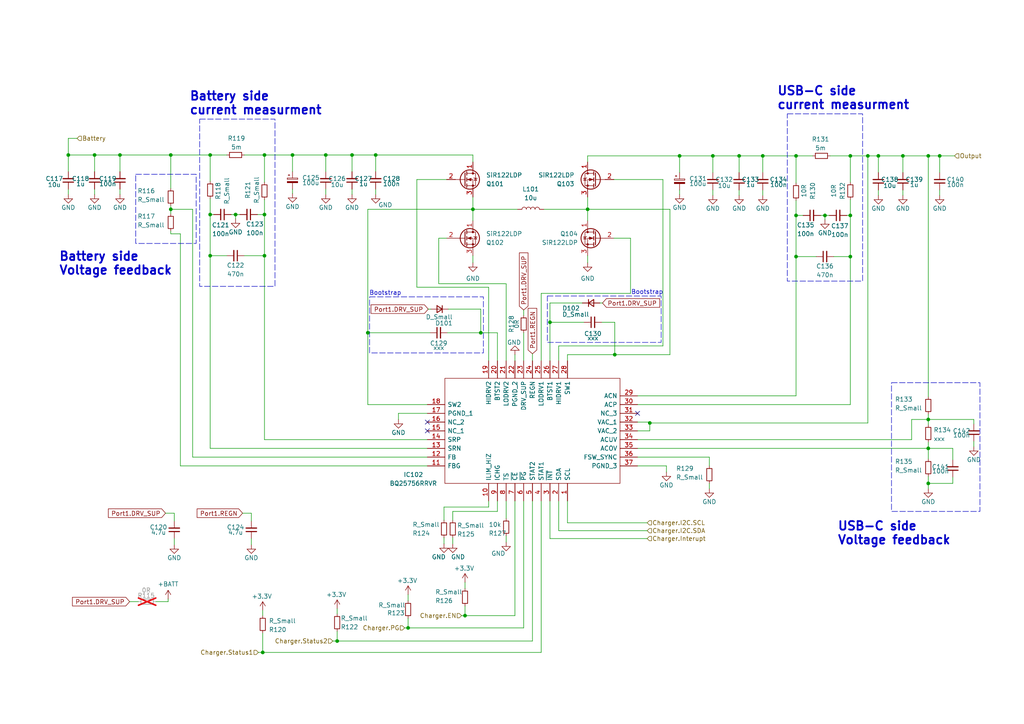
<source format=kicad_sch>
(kicad_sch (version 20231120) (generator "eeschema") (generator_version "8.0")
  (paper "A4")
  (lib_symbols
    (symbol "Device:C_Polarized_Small" (pin_numbers hide) (pin_names (offset 0.254) hide)
      (property "Reference" "C" (at 0.254 1.778 0))
      (property "Value" "C_Polarized_Small" (at 0.254 -2.032 0))
      (symbol "C_Polarized_Small_0_1"
        (rectangle (start -1.524 -0.3048) (end 1.524 -0.6858) (fill (type outline)))
        (rectangle (start -1.524 0.6858) (end 1.524 0.3048))
        (polyline (pts (xy -1.27 1.524) (xy -0.762 1.524)))
        (polyline (pts (xy -1.016 1.27) (xy -1.016 1.778)))
      )
      (symbol "C_Polarized_Small_1_1"
        (pin passive line (at 0 2.54 270) (length 1.8542) (name "~") (number "1"))
        (pin passive line (at 0 -2.54 90) (length 1.8542) (name "~") (number "2"))
      )
    )
    (symbol "Device:C_Small" (pin_numbers hide) (pin_names (offset 0.254) hide)
      (property "Reference" "C" (at 0.254 1.778 0))
      (property "Value" "C_Small" (at 0.254 -2.032 0))
      (symbol "C_Small_0_1"
        (polyline (pts (xy -1.524 -0.508) (xy 1.524 -0.508)) (stroke (width 0.3302)))
        (polyline (pts (xy -1.524 0.508) (xy 1.524 0.508)) (stroke (width 0.3048)))
      )
      (symbol "C_Small_1_1"
        (pin passive line (at 0 2.54 270) (length 2.032) (name "~") (number "1"))
        (pin passive line (at 0 -2.54 90) (length 2.032) (name "~") (number "2"))
      )
    )
    (symbol "Device:D_Small" (pin_numbers hide) (pin_names (offset 0.254) hide)
      (property "Reference" "D" (at -1.27 2.032 0))
      (property "Value" "D_Small" (at -3.81 -2.032 0))
      (symbol "D_Small_0_1"
        (polyline (pts (xy -0.762 -1.016) (xy -0.762 1.016)) (stroke (width 0.254)))
        (polyline (pts (xy -0.762 0) (xy 0.762 0)))
        (polyline (pts (xy 0.762 -1.016) (xy -0.762 0) (xy 0.762 1.016) (xy 0.762 -1.016)) (stroke (width 0.254)))
      )
      (symbol "D_Small_1_1"
        (pin passive line (at -2.54 0 0) (length 1.778) (name "K") (number "1"))
        (pin passive line (at 2.54 0 180) (length 1.778) (name "A") (number "2"))
      )
    )
    (symbol "Device:L" (pin_numbers hide) (pin_names (offset 1.016) hide)
      (property "Reference" "L" (at -1.27 0 90))
      (property "Value" "L" (at 1.905 0 90))
      (symbol "L_0_1"
        (arc (start 0 -2.54) (mid 0.6323 -1.905) (end 0 -1.27))
        (arc (start 0 -1.27) (mid 0.6323 -0.635) (end 0 0))
        (arc (start 0 0) (mid 0.6323 0.635) (end 0 1.27))
        (arc (start 0 1.27) (mid 0.6323 1.905) (end 0 2.54))
      )
      (symbol "L_1_1"
        (pin passive line (at 0 3.81 270) (length 1.27) (name "1") (number "1"))
        (pin passive line (at 0 -3.81 90) (length 1.27) (name "2") (number "2"))
      )
    )
    (symbol "Device:Q_NMOS_DGS" (pin_names (offset 0) hide)
      (property "Reference" "Q" (at 5.08 1.27 0))
      (property "Value" "Q_NMOS_DGS" (at 5.08 -1.27 0))
      (symbol "Q_NMOS_DGS_0_1"
        (polyline (pts (xy 0.254 0) (xy -2.54 0)))
        (polyline (pts (xy 0.254 1.905) (xy 0.254 -1.905)) (stroke (width 0.254)))
        (polyline (pts (xy 0.762 -1.27) (xy 0.762 -2.286)) (stroke (width 0.254)))
        (polyline (pts (xy 0.762 0.508) (xy 0.762 -0.508)) (stroke (width 0.254)))
        (polyline (pts (xy 0.762 2.286) (xy 0.762 1.27)) (stroke (width 0.254)))
        (polyline (pts (xy 2.54 2.54) (xy 2.54 1.778)))
        (polyline (pts (xy 2.54 -2.54) (xy 2.54 0) (xy 0.762 0)))
        (polyline (pts (xy 0.762 -1.778) (xy 3.302 -1.778) (xy 3.302 1.778) (xy 0.762 1.778)))
        (polyline (pts (xy 1.016 0) (xy 2.032 0.381) (xy 2.032 -0.381) (xy 1.016 0)) (fill (type outline)))
        (polyline (pts (xy 2.794 0.508) (xy 2.921 0.381) (xy 3.683 0.381) (xy 3.81 0.254)))
        (polyline (pts (xy 3.302 0.381) (xy 2.921 -0.254) (xy 3.683 -0.254) (xy 3.302 0.381)))
        (circle (center 1.651 0) (radius 2.794) (stroke (width 0.254)))
        (circle (center 2.54 -1.778) (radius 0.254) (fill (type outline)))
        (circle (center 2.54 1.778) (radius 0.254) (fill (type outline)))
      )
      (symbol "Q_NMOS_DGS_1_1"
        (pin passive line (at 2.54 5.08 270) (length 2.54) (name "D") (number "1"))
        (pin input line (at -5.08 0 0) (length 2.54) (name "G") (number "2"))
        (pin passive line (at 2.54 -5.08 90) (length 2.54) (name "S") (number "3"))
      )
    )
    (symbol "Device:R_Small" (pin_numbers hide) (pin_names (offset 0.254) hide)
      (property "Reference" "R" (at 0.762 0.508 0))
      (property "Value" "R_Small" (at 0.762 -1.016 0))
      (symbol "R_Small_0_1"
        (rectangle (start -0.762 1.778) (end 0.762 -1.778) (stroke (width 0.2032)))
      )
      (symbol "R_Small_1_1"
        (pin passive line (at 0 2.54 270) (length 0.762) (name "~") (number "1"))
        (pin passive line (at 0 -2.54 90) (length 0.762) (name "~") (number "2"))
      )
    )
    (symbol "SamacSys_Parts:BQ25756RRVR" (pin_names (offset 0.762))
      (property "Reference" "IC" (at 36.83 20.32 0))
      (property "Value" "BQ25756RRVR" (at 36.83 17.78 0))
      (symbol "BQ25756RRVR_0_0"
        (pin passive line (at 0 0 0) (length 5.08) (name "SCL") (number "1"))
        (pin passive line (at 0 -22.86 0) (length 5.08) (name "ILIM_HIZ") (number "10"))
        (pin passive line (at 10.16 -40.64 90) (length 5.08) (name "FBG") (number "11"))
        (pin passive line (at 12.7 -40.64 90) (length 5.08) (name "FB") (number "12"))
        (pin passive line (at 15.24 -40.64 90) (length 5.08) (name "SRN") (number "13"))
        (pin passive line (at 17.78 -40.64 90) (length 5.08) (name "SRP") (number "14"))
        (pin passive line (at 20.32 -40.64 90) (length 5.08) (name "NC_1") (number "15"))
        (pin passive line (at 22.86 -40.64 90) (length 5.08) (name "NC_2") (number "16"))
        (pin passive line (at 25.4 -40.64 90) (length 5.08) (name "PGND_1") (number "17"))
        (pin passive line (at 27.94 -40.64 90) (length 5.08) (name "SW2") (number "18"))
        (pin passive line (at 40.64 -22.86 180) (length 5.08) (name "HIDRV2") (number "19"))
        (pin passive line (at 0 -2.54 0) (length 5.08) (name "SDA") (number "2"))
        (pin passive line (at 40.64 -20.32 180) (length 5.08) (name "BTST2") (number "20"))
        (pin passive line (at 40.64 -17.78 180) (length 5.08) (name "LODRV2") (number "21"))
        (pin passive line (at 40.64 -15.24 180) (length 5.08) (name "PGND_2") (number "22"))
        (pin passive line (at 40.64 -12.7 180) (length 5.08) (name "DRV_SUP") (number "23"))
        (pin passive line (at 40.64 -10.16 180) (length 5.08) (name "REGN") (number "24"))
        (pin passive line (at 40.64 -7.62 180) (length 5.08) (name "LODRV1") (number "25"))
        (pin passive line (at 40.64 -5.08 180) (length 5.08) (name "BTST1") (number "26"))
        (pin passive line (at 40.64 -2.54 180) (length 5.08) (name "HIDRV1") (number "27"))
        (pin passive line (at 40.64 0 180) (length 5.08) (name "SW1") (number "28"))
        (pin passive line (at 30.48 20.32 270) (length 5.08) (name "ACN") (number "29"))
        (pin passive line (at 0 -5.08 0) (length 5.08) (name "~{INT}") (number "3"))
        (pin passive line (at 27.94 20.32 270) (length 5.08) (name "ACP") (number "30"))
        (pin passive line (at 25.4 20.32 270) (length 5.08) (name "NC_3") (number "31"))
        (pin passive line (at 22.86 20.32 270) (length 5.08) (name "VAC_1") (number "32"))
        (pin passive line (at 20.32 20.32 270) (length 5.08) (name "VAC_2") (number "33"))
        (pin passive line (at 17.78 20.32 270) (length 5.08) (name "ACUV") (number "34"))
        (pin passive line (at 15.24 20.32 270) (length 5.08) (name "ACOV") (number "35"))
        (pin passive line (at 12.7 20.32 270) (length 5.08) (name "FSW_SYNC") (number "36"))
        (pin passive line (at 10.16 20.32 270) (length 5.08) (name "PGND_3") (number "37"))
        (pin passive line (at 0 -7.62 0) (length 5.08) (name "STAT1") (number "4"))
        (pin passive line (at 0 -10.16 0) (length 5.08) (name "STAT2") (number "5"))
        (pin passive line (at 0 -12.7 0) (length 5.08) (name "~{PG}") (number "6"))
        (pin passive line (at 0 -15.24 0) (length 5.08) (name "~{CE}") (number "7"))
        (pin passive line (at 0 -17.78 0) (length 5.08) (name "TS") (number "8"))
        (pin passive line (at 0 -20.32 0) (length 5.08) (name "ICHG") (number "9"))
      )
      (symbol "BQ25756RRVR_0_1"
        (polyline (pts (xy 5.08 15.24) (xy 35.56 15.24) (xy 35.56 -35.56) (xy 5.08 -35.56) (xy 5.08 15.24)) (stroke (width 0.1524)))
      )
    )
    (symbol "power:+3.3V" (power) (pin_names (offset 0))
      (property "Value" "+3.3V" (at 0 3.556 0))
      (symbol "+3.3V_0_1"
        (polyline (pts (xy -0.762 1.27) (xy 0 2.54)))
        (polyline (pts (xy 0 0) (xy 0 2.54)))
        (polyline (pts (xy 0 2.54) (xy 0.762 1.27)))
      )
      (symbol "+3.3V_1_1"
        (pin power_in line (at 0 0 90) (length 0) hide (name "+3.3V") (number "1"))
      )
    )
    (symbol "power:+BATT" (power) (pin_numbers hide) (pin_names (offset 0) hide)
      (property "Value" "+BATT" (at 0 3.556 0))
      (symbol "+BATT_0_1"
        (polyline (pts (xy -0.762 1.27) (xy 0 2.54)))
        (polyline (pts (xy 0 0) (xy 0 2.54)))
        (polyline (pts (xy 0 2.54) (xy 0.762 1.27)))
      )
      (symbol "+BATT_1_1"
        (pin power_in line (at 0 0 90) (length 0) (name "~") (number "1"))
      )
    )
    (symbol "power:GND" (power) (pin_names (offset 0))
      (property "Value" "GND" (at 0 -3.81 0))
      (symbol "GND_0_1"
        (polyline (pts (xy 0 0) (xy 0 -1.27) (xy 1.27 -1.27) (xy 0 -2.54) (xy -1.27 -1.27) (xy 0 -1.27)))
      )
      (symbol "GND_1_1"
        (pin power_in line (at 0 0 270) (length 0) hide (name "GND") (number "1"))
      )
    )
  )
  (junction (at 230.886 45.212))
  (junction (at 60.96 62.23))
  (junction (at 221.234 45.212))
  (junction (at 97.79 185.928))
  (junction (at 106.68 96.52))
  (junction (at 68.326 62.23))
  (junction (at 76.708 62.23))
  (junction (at 60.96 44.958))
  (junction (at 269.24 130.048))
  (junction (at 178.308 102.87))
  (junction (at 76.2 189.23))
  (junction (at 137.16 60.706))
  (junction (at 269.24 121.666))
  (junction (at 60.96 74.168))
  (junction (at 188.468 122.682))
  (junction (at 76.708 74.168))
  (junction (at 139.446 96.52))
  (junction (at 254.762 45.212))
  (junction (at 19.812 44.958))
  (junction (at 197.104 45.212))
  (junction (at 230.886 62.484))
  (junction (at 49.53 44.958))
  (junction (at 272.542 45.212))
  (junction (at 84.836 44.958))
  (junction (at 246.634 45.212))
  (junction (at 27.432 44.958))
  (junction (at 206.756 45.212))
  (junction (at 159.512 93.472))
  (junction (at 134.874 178.562))
  (junction (at 246.634 74.422))
  (junction (at 108.966 44.958))
  (junction (at 102.108 44.958))
  (junction (at 170.434 60.706))
  (junction (at 118.364 182.118))
  (junction (at 269.24 140.208))
  (junction (at 49.53 60.706))
  (junction (at 94.488 44.958))
  (junction (at 214.376 45.212))
  (junction (at 251.714 45.212))
  (junction (at 269.24 45.212))
  (junction (at 246.634 62.484))
  (junction (at 239.268 62.484))
  (junction (at 230.886 74.422))
  (junction (at 34.798 44.958))
  (junction (at 76.708 44.958))
  (junction (at 261.874 45.212))
  (no_connect (at 123.952 122.428))
  (no_connect (at 184.912 119.888))
  (no_connect (at 123.952 124.968))
  (wire (pts (xy 84.836 49.784) (xy 84.836 44.958)))
  (wire (pts (xy 60.96 44.958) (xy 65.786 44.958)))
  (wire (pts (xy 49.53 44.958) (xy 60.96 44.958)))
  (wire (pts (xy 276.352 138.43) (xy 276.352 140.208)))
  (wire (pts (xy 49.53 44.958) (xy 49.53 54.61)))
  (wire (pts (xy 76.708 74.168) (xy 76.708 127.508)))
  (wire (pts (xy 170.434 57.15) (xy 170.434 60.706)))
  (wire (pts (xy 170.434 46.99) (xy 170.434 45.212)))
  (wire (pts (xy 60.96 74.168) (xy 60.96 130.048)))
  (wire (pts (xy 139.446 89.662) (xy 139.446 96.52)))
  (wire (pts (xy 261.874 45.212) (xy 269.24 45.212)))
  (wire (pts (xy 124.968 89.662) (xy 124.206 89.662)))
  (wire (pts (xy 128.778 147.066) (xy 128.778 150.876)))
  (wire (pts (xy 184.912 124.968) (xy 188.468 124.968)))
  (wire (pts (xy 72.898 156.21) (xy 72.898 157.988)))
  (wire (pts (xy 74.93 189.23) (xy 76.2 189.23)))
  (wire (pts (xy 97.79 185.928) (xy 154.432 185.928)))
  (wire (pts (xy 19.812 44.958) (xy 19.812 49.784)))
  (wire (pts (xy 269.24 121.666) (xy 282.448 121.666)))
  (wire (pts (xy 115.57 119.888) (xy 115.57 121.666)))
  (wire (pts (xy 197.104 50.038) (xy 197.104 45.212)))
  (wire (pts (xy 184.912 117.348) (xy 246.634 117.348)))
  (wire (pts (xy 239.268 62.484) (xy 237.998 62.484)))
  (wire (pts (xy 19.812 40.132) (xy 19.812 44.958)))
  (wire (pts (xy 192.278 52.07) (xy 178.054 52.07)))
  (wire (pts (xy 134.874 175.768) (xy 134.874 178.562)))
  (wire (pts (xy 241.808 74.422) (xy 246.634 74.422)))
  (wire (pts (xy 94.488 54.864) (xy 94.488 56.388)))
  (wire (pts (xy 264.414 121.666) (xy 269.24 121.666)))
  (wire (pts (xy 84.836 54.864) (xy 84.836 56.134)))
  (wire (pts (xy 34.798 54.864) (xy 34.798 56.388)))
  (wire (pts (xy 19.812 44.958) (xy 27.432 44.958)))
  (wire (pts (xy 214.376 55.118) (xy 214.376 56.642)))
  (wire (pts (xy 159.512 145.288) (xy 159.512 156.21)))
  (wire (pts (xy 269.24 140.208) (xy 269.24 141.732)))
  (wire (pts (xy 76.708 44.958) (xy 76.708 52.832)))
  (wire (pts (xy 55.88 132.588) (xy 123.952 132.588)))
  (wire (pts (xy 68.326 62.23) (xy 69.596 62.23)))
  (wire (pts (xy 164.592 102.87) (xy 178.308 102.87)))
  (wire (pts (xy 146.812 104.648) (xy 146.812 82.296)))
  (wire (pts (xy 131.318 155.956) (xy 131.318 157.734)))
  (wire (pts (xy 221.234 45.212) (xy 230.886 45.212)))
  (wire (pts (xy 141.732 147.066) (xy 141.732 145.288)))
  (wire (pts (xy 96.52 185.928) (xy 97.79 185.928)))
  (wire (pts (xy 139.446 96.52) (xy 144.272 96.52)))
  (wire (pts (xy 156.972 85.09) (xy 182.88 85.09)))
  (wire (pts (xy 193.294 135.128) (xy 193.294 136.906)))
  (wire (pts (xy 137.16 64.008) (xy 137.16 60.706)))
  (wire (pts (xy 134.874 168.91) (xy 134.874 170.688)))
  (wire (pts (xy 68.326 62.23) (xy 68.326 63.5)))
  (wire (pts (xy 76.2 183.642) (xy 76.2 189.23)))
  (wire (pts (xy 60.96 57.658) (xy 60.96 62.23)))
  (wire (pts (xy 146.812 155.448) (xy 146.812 157.226)))
  (wire (pts (xy 235.712 45.212) (xy 230.886 45.212)))
  (wire (pts (xy 269.24 115.062) (xy 269.24 45.212)))
  (wire (pts (xy 120.904 83.312) (xy 120.904 52.07)))
  (wire (pts (xy 97.79 176.53) (xy 97.79 178.054)))
  (wire (pts (xy 221.234 55.118) (xy 221.234 56.642)))
  (wire (pts (xy 184.912 130.048) (xy 269.24 130.048)))
  (wire (pts (xy 269.24 128.27) (xy 269.24 130.048)))
  (wire (pts (xy 128.778 147.066) (xy 141.732 147.066)))
  (wire (pts (xy 106.68 60.706) (xy 137.16 60.706)))
  (wire (pts (xy 141.732 83.312) (xy 141.732 104.648)))
  (wire (pts (xy 159.512 93.472) (xy 159.512 104.648)))
  (wire (pts (xy 76.708 62.23) (xy 76.708 74.168)))
  (wire (pts (xy 76.708 44.958) (xy 84.836 44.958)))
  (wire (pts (xy 246.634 74.422) (xy 246.634 117.348)))
  (wire (pts (xy 269.24 130.048) (xy 276.352 130.048)))
  (wire (pts (xy 60.96 62.23) (xy 60.96 74.168)))
  (wire (pts (xy 146.812 145.288) (xy 146.812 150.368)))
  (wire (pts (xy 137.16 44.958) (xy 137.16 46.99)))
  (wire (pts (xy 52.324 67.818) (xy 49.53 67.818)))
  (wire (pts (xy 184.912 122.428) (xy 188.468 122.428)))
  (wire (pts (xy 246.634 62.484) (xy 246.634 74.422)))
  (wire (pts (xy 118.364 182.118) (xy 151.892 182.118)))
  (wire (pts (xy 72.898 148.844) (xy 72.898 151.13)))
  (wire (pts (xy 156.972 145.288) (xy 156.972 189.23)))
  (wire (pts (xy 246.634 45.212) (xy 251.714 45.212)))
  (wire (pts (xy 94.488 44.958) (xy 102.108 44.958)))
  (wire (pts (xy 230.886 58.166) (xy 230.886 62.484)))
  (wire (pts (xy 170.434 64.008) (xy 170.434 60.706)))
  (wire (pts (xy 254.762 45.212) (xy 261.874 45.212)))
  (wire (pts (xy 269.24 120.142) (xy 269.24 121.666)))
  (wire (pts (xy 149.352 104.648) (xy 149.352 102.87)))
  (wire (pts (xy 27.432 54.864) (xy 27.432 56.388)))
  (wire (pts (xy 251.714 45.212) (xy 251.714 122.682)))
  (wire (pts (xy 246.634 45.212) (xy 240.792 45.212)))
  (wire (pts (xy 137.16 74.168) (xy 137.16 76.2)))
  (wire (pts (xy 162.052 153.924) (xy 187.706 153.924)))
  (wire (pts (xy 192.278 100.33) (xy 192.278 52.07)))
  (wire (pts (xy 194.31 102.87) (xy 194.31 60.706)))
  (wire (pts (xy 137.16 60.706) (xy 150.114 60.706)))
  (wire (pts (xy 230.886 45.212) (xy 230.886 53.086)))
  (wire (pts (xy 269.24 121.666) (xy 269.24 123.19)))
  (wire (pts (xy 269.24 138.176) (xy 269.24 140.208)))
  (wire (pts (xy 123.952 130.048) (xy 60.96 130.048)))
  (wire (pts (xy 123.952 119.888) (xy 115.57 119.888)))
  (wire (pts (xy 19.812 54.864) (xy 19.812 56.388)))
  (wire (pts (xy 123.952 117.348) (xy 106.68 117.348)))
  (wire (pts (xy 108.966 44.958) (xy 137.16 44.958)))
  (wire (pts (xy 34.798 44.958) (xy 49.53 44.958)))
  (wire (pts (xy 272.542 45.212) (xy 272.542 50.038)))
  (wire (pts (xy 205.74 140.208) (xy 205.74 141.732)))
  (wire (pts (xy 127.254 82.296) (xy 127.254 69.088)))
  (wire (pts (xy 76.708 127.508) (xy 123.952 127.508)))
  (wire (pts (xy 188.468 122.682) (xy 251.714 122.682)))
  (wire (pts (xy 49.53 60.706) (xy 49.53 61.976)))
  (wire (pts (xy 282.448 128.016) (xy 282.448 129.54)))
  (wire (pts (xy 178.308 93.472) (xy 178.308 102.87)))
  (wire (pts (xy 197.104 55.118) (xy 197.104 56.388)))
  (wire (pts (xy 159.512 87.884) (xy 159.512 93.472)))
  (wire (pts (xy 240.538 62.484) (xy 239.268 62.484)))
  (wire (pts (xy 154.432 145.288) (xy 154.432 185.928)))
  (wire (pts (xy 50.546 156.21) (xy 50.546 157.988)))
  (wire (pts (xy 137.16 57.15) (xy 137.16 60.706)))
  (wire (pts (xy 173.99 87.884) (xy 174.752 87.884)))
  (wire (pts (xy 61.976 62.23) (xy 60.96 62.23)))
  (wire (pts (xy 206.756 55.118) (xy 206.756 56.642)))
  (wire (pts (xy 276.352 140.208) (xy 269.24 140.208)))
  (wire (pts (xy 70.866 44.958) (xy 76.708 44.958)))
  (wire (pts (xy 164.592 104.648) (xy 164.592 102.87)))
  (wire (pts (xy 246.634 45.212) (xy 246.634 52.832)))
  (wire (pts (xy 194.31 60.706) (xy 170.434 60.706)))
  (wire (pts (xy 170.434 45.212) (xy 197.104 45.212)))
  (wire (pts (xy 74.676 62.23) (xy 76.708 62.23)))
  (wire (pts (xy 159.512 156.21) (xy 187.706 156.21)))
  (wire (pts (xy 84.836 44.958) (xy 94.488 44.958)))
  (wire (pts (xy 184.912 114.808) (xy 230.886 114.808)))
  (wire (pts (xy 27.432 44.958) (xy 34.798 44.958)))
  (wire (pts (xy 144.272 148.336) (xy 144.272 145.288)))
  (wire (pts (xy 151.892 96.52) (xy 151.892 104.648)))
  (wire (pts (xy 162.052 100.33) (xy 192.278 100.33)))
  (wire (pts (xy 206.756 45.212) (xy 214.376 45.212)))
  (wire (pts (xy 146.812 82.296) (xy 127.254 82.296)))
  (wire (pts (xy 134.874 178.562) (xy 149.352 178.562)))
  (wire (pts (xy 164.592 151.638) (xy 187.706 151.638)))
  (wire (pts (xy 127.254 69.088) (xy 129.54 69.088)))
  (wire (pts (xy 118.364 179.324) (xy 118.364 182.118)))
  (wire (pts (xy 151.892 89.916) (xy 151.892 91.44)))
  (wire (pts (xy 106.68 96.52) (xy 124.714 96.52)))
  (wire (pts (xy 102.108 44.958) (xy 108.966 44.958)))
  (wire (pts (xy 76.2 177.038) (xy 76.2 178.562)))
  (wire (pts (xy 205.74 132.588) (xy 205.74 135.128)))
  (wire (pts (xy 272.542 55.118) (xy 272.542 56.642)))
  (wire (pts (xy 65.786 74.168) (xy 60.96 74.168)))
  (wire (pts (xy 221.234 45.212) (xy 221.234 50.038)))
  (wire (pts (xy 282.448 121.666) (xy 282.448 122.936)))
  (wire (pts (xy 184.912 127.508) (xy 264.414 127.508)))
  (wire (pts (xy 188.468 122.682) (xy 188.468 122.428)))
  (wire (pts (xy 154.432 102.616) (xy 154.432 104.648)))
  (wire (pts (xy 246.634 57.912) (xy 246.634 62.484)))
  (wire (pts (xy 123.952 135.128) (xy 52.324 135.128)))
  (wire (pts (xy 197.104 45.212) (xy 206.756 45.212)))
  (wire (pts (xy 272.542 45.212) (xy 276.86 45.212)))
  (wire (pts (xy 131.318 148.336) (xy 131.318 150.876)))
  (wire (pts (xy 159.512 93.472) (xy 169.418 93.472)))
  (wire (pts (xy 276.352 130.048) (xy 276.352 133.35)))
  (wire (pts (xy 106.68 96.52) (xy 106.68 117.348)))
  (wire (pts (xy 37.592 174.498) (xy 40.132 174.498)))
  (wire (pts (xy 157.734 60.706) (xy 170.434 60.706)))
  (wire (pts (xy 128.778 155.956) (xy 128.778 157.734)))
  (wire (pts (xy 214.376 45.212) (xy 221.234 45.212)))
  (wire (pts (xy 48.006 148.844) (xy 50.546 148.844)))
  (wire (pts (xy 130.048 89.662) (xy 139.446 89.662)))
  (wire (pts (xy 55.88 60.706) (xy 55.88 132.588)))
  (wire (pts (xy 129.794 96.52) (xy 139.446 96.52)))
  (wire (pts (xy 239.268 62.484) (xy 239.268 63.754)))
  (wire (pts (xy 27.432 44.958) (xy 27.432 49.784)))
  (wire (pts (xy 76.708 57.912) (xy 76.708 62.23)))
  (wire (pts (xy 261.874 55.118) (xy 261.874 56.642)))
  (wire (pts (xy 184.912 132.588) (xy 205.74 132.588)))
  (wire (pts (xy 269.24 130.048) (xy 269.24 133.096)))
  (wire (pts (xy 162.052 104.648) (xy 162.052 100.33)))
  (wire (pts (xy 70.358 148.844) (xy 72.898 148.844)))
  (wire (pts (xy 70.866 74.168) (xy 76.708 74.168)))
  (wire (pts (xy 22.352 40.132) (xy 19.812 40.132)))
  (wire (pts (xy 118.364 172.466) (xy 118.364 174.244)))
  (wire (pts (xy 164.592 145.288) (xy 164.592 151.638)))
  (wire (pts (xy 182.88 69.088) (xy 178.054 69.088)))
  (wire (pts (xy 269.24 45.212) (xy 272.542 45.212)))
  (wire (pts (xy 206.756 45.212) (xy 206.756 50.038)))
  (wire (pts (xy 106.68 60.706) (xy 106.68 96.52)))
  (wire (pts (xy 49.53 59.69) (xy 49.53 60.706)))
  (wire (pts (xy 188.468 124.968) (xy 188.468 122.682)))
  (wire (pts (xy 67.056 62.23) (xy 68.326 62.23)))
  (wire (pts (xy 49.53 67.056) (xy 49.53 67.818)))
  (wire (pts (xy 170.434 74.168) (xy 170.434 76.2)))
  (wire (pts (xy 151.892 145.288) (xy 151.892 182.118)))
  (wire (pts (xy 174.498 93.472) (xy 178.308 93.472)))
  (wire (pts (xy 182.88 85.09) (xy 182.88 69.088)))
  (wire (pts (xy 102.108 54.864) (xy 102.108 56.388)))
  (wire (pts (xy 108.966 54.864) (xy 108.966 56.388)))
  (wire (pts (xy 184.912 135.128) (xy 193.294 135.128)))
  (wire (pts (xy 149.352 145.288) (xy 149.352 178.562)))
  (wire (pts (xy 108.966 44.958) (xy 108.966 49.784)))
  (wire (pts (xy 245.618 62.484) (xy 246.634 62.484)))
  (wire (pts (xy 236.728 74.422) (xy 230.886 74.422)))
  (wire (pts (xy 214.376 45.212) (xy 214.376 50.038)))
  (wire (pts (xy 117.348 182.118) (xy 118.364 182.118)))
  (wire (pts (xy 52.324 135.128) (xy 52.324 67.818)))
  (wire (pts (xy 230.886 62.484) (xy 230.886 74.422)))
  (wire (pts (xy 178.308 102.87) (xy 194.31 102.87)))
  (wire (pts (xy 230.886 74.422) (xy 230.886 114.808)))
  (wire (pts (xy 251.714 45.212) (xy 254.762 45.212)))
  (wire (pts (xy 45.212 174.498) (xy 48.768 174.498)))
  (wire (pts (xy 97.79 183.134) (xy 97.79 185.928)))
  (wire (pts (xy 94.488 44.958) (xy 94.488 49.784)))
  (wire (pts (xy 102.108 44.958) (xy 102.108 49.784)))
  (wire (pts (xy 156.972 104.648) (xy 156.972 85.09)))
  (wire (pts (xy 162.052 145.288) (xy 162.052 153.924)))
  (wire (pts (xy 261.874 45.212) (xy 261.874 50.038)))
  (wire (pts (xy 254.762 55.118) (xy 254.762 56.642)))
  (wire (pts (xy 49.53 60.706) (xy 55.88 60.706)))
  (wire (pts (xy 131.318 148.336) (xy 144.272 148.336)))
  (wire (pts (xy 48.768 173.736) (xy 48.768 174.498)))
  (wire (pts (xy 232.918 62.484) (xy 230.886 62.484)))
  (wire (pts (xy 144.272 104.648) (xy 144.272 96.52)))
  (wire (pts (xy 34.798 44.958) (xy 34.798 49.784)))
  (wire (pts (xy 156.972 189.23) (xy 76.2 189.23)))
  (wire (pts (xy 168.91 87.884) (xy 159.512 87.884)))
  (wire (pts (xy 120.904 52.07) (xy 129.54 52.07)))
  (wire (pts (xy 254.762 45.212) (xy 254.762 50.038)))
  (wire (pts (xy 141.732 83.312) (xy 120.904 83.312)))
  (wire (pts (xy 264.414 127.508) (xy 264.414 121.666)))
  (wire (pts (xy 60.96 44.958) (xy 60.96 52.578)))
  (wire (pts (xy 133.858 178.562) (xy 134.874 178.562)))
  (wire (pts (xy 50.546 148.844) (xy 50.546 151.13)))
  (rectangle (start 57.912 34.544) (end 79.756 83.058) (stroke (width 0) (type dash)))
  (rectangle (start 228.346 33.02) (end 250.19 81.534) (stroke (width 0) (type dash)))
  (rectangle (start 258.572 110.998) (end 284.226 148.336) (stroke (width 0) (type dash)))
  (rectangle (start 158.75 85.852) (end 191.77 99.314) (stroke (width 0) (type dash)))
  (rectangle (start 39.37 50.546) (end 56.896 70.612) (stroke (width 0) (type dash)))
  (rectangle (start 107.188 86.106) (end 140.208 102.362) (stroke (width 0) (type dash)))
  (text "Bootstrap\n" (at 111.76 85.09 0) (effects (font (size 1.27 1.27))))
  (text "USB-C side \ncurrent measurment" (at 225.298 32.004 0) (effects (font (size 2.5 2.5) (thickness 0.5) (bold yes)) (justify left bottom)))
  (text "Bootstrap\n" (at 187.706 84.836 0) (effects (font (size 1.27 1.27))))
  (text "Battery side \ncurrent measurment" (at 54.864 33.528 0) (effects (font (size 2.5 2.5) (thickness 0.5) (bold yes)) (justify left bottom)))
  (text "Battery side\nVoltage feedback\n" (at 17.018 80.01 0) (effects (font (size 2.5 2.5) (thickness 0.5) (bold yes)) (justify left bottom)))
  (text "USB-C side\nVoltage feedback\n" (at 242.824 158.242 0) (effects (font (size 2.5 2.5) (thickness 0.5) (bold yes)) (justify left bottom)))
  (global_label "Port1.REGN" (shape input) (at 154.432 102.616 90) (property "Intersheetrefs" "${INTERSHEET_REFS}" (effects (hide yes))))
  (global_label "Port1.DRV_SUP" (shape input) (at 174.752 87.884 0) (property "Intersheetrefs" "${INTERSHEET_REFS}" (effects (hide yes))))
  (global_label "Port1.DRV_SUP" (shape input) (at 151.892 89.916 90) (property "Intersheetrefs" "${INTERSHEET_REFS}" (effects (hide yes))))
  (global_label "Port1.DRV_SUP" (shape input) (at 37.592 174.498 180) (property "Intersheetrefs" "${INTERSHEET_REFS}" (effects (hide yes))))
  (global_label "Port1.DRV_SUP" (shape input) (at 124.206 89.662 180) (property "Intersheetrefs" "${INTERSHEET_REFS}" (effects (hide yes))))
  (global_label "Port1.DRV_SUP" (shape input) (at 48.006 148.844 180) (property "Intersheetrefs" "${INTERSHEET_REFS}" (effects (hide yes))))
  (global_label "Port1.REGN" (shape input) (at 70.358 148.844 180) (property "Intersheetrefs" "${INTERSHEET_REFS}" (effects (hide yes))))
  (hierarchical_label "Charger.EN" (shape input) (at 133.858 178.562 180))
  (hierarchical_label "Charger.Status1" (shape input) (at 74.93 189.23 180))
  (hierarchical_label "Charger.Status2" (shape input) (at 96.52 185.928 180))
  (hierarchical_label "Battery" (shape input) (at 22.352 40.132 0))
  (hierarchical_label "Charger.I2C.SCL" (shape input) (at 187.706 151.638 0))
  (hierarchical_label "Charger.I2C.SDA" (shape input) (at 187.706 153.924 0))
  (hierarchical_label "Output" (shape input) (at 276.86 45.212 0))
  (hierarchical_label "Charger.PG" (shape input) (at 117.348 182.118 180))
  (hierarchical_label "Charger.Interupt" (shape input) (at 187.706 156.21 0))
  (symbol (lib_id "Device:R_Small") (at 269.24 117.602 0) (unit 1)
    (property "Reference" "R133" (at 259.588 115.824 0) (effects (justify left)))
    (property "Value" "R_Small" (at 259.588 118.364 0) (effects (justify left)))
    (property "Footprint" "Resistor_SMD:R_0603_1608Metric" (effects (hide yes)))
  )
  (symbol (lib_id "power:GND") (at 206.756 56.642 0) (mirror y) (unit 1)
    (property "Reference" "#PWR0167" (effects (hide yes)))
    (property "Value" "GND" (at 206.756 60.452 0))
  )
  (symbol (lib_id "Device:Q_NMOS_DGS") (at 134.62 52.07 0) (unit 1)
    (property "Reference" "Q101" (at 140.97 53.34 0) (effects (justify left)))
    (property "Value" "SiR122LDP" (at 140.97 50.8 0) (effects (justify left)))
    (property "Footprint" "Package_SO:PowerPAK_SO-8_Single" (effects (hide yes)))
  )
  (symbol (lib_id "power:GND") (at 128.778 157.734 0) (unit 1)
    (property "Reference" "#PWR0157" (effects (hide yes)))
    (property "Value" "GND" (at 127.254 161.544 0))
  )
  (symbol (lib_id "Device:C_Small") (at 171.958 93.472 90) (unit 1)
    (property "Reference" "C130" (at 171.958 96.774 90))
    (property "Value" "xxx" (at 171.958 98.044 90))
    (property "Footprint" "Capacitor_SMD:C_0603_1608Metric" (effects (hide yes)))
  )
  (symbol (lib_id "SamacSys_Parts:BQ25756RRVR") (at 164.592 145.288 270) (mirror x) (unit 1)
    (property "Reference" "IC102" (at 119.888 137.668 90))
    (property "Value" "BQ25756RRVR" (at 119.888 140.208 90))
    (property "Footprint" "QFN50P500X600X100-37N-D" (effects (hide yes)))
    (property "Datasheet" "https://www.ti.com.cn/cn/lit/ds/symlink/bq25756.pdf?ts=1699839190732&ref_url=https%253A%252F%252Fwww.ti.com.cn%252Fproduct%252Fcn%252FBQ25756" (effects (hide yes)))
    (property "Description" "Battery Management Stand-alone or IC controlled 70-V bidirectional buck-boost charge controller with MPPT 36-VQFN -40 to 85" (effects (hide yes)))
    (property "Height" "1" (effects (hide yes)))
    (property "Manufacturer_Name" "Texas Instruments" (effects (hide yes)))
    (property "Manufacturer_Part_Number" "BQ25756RRVR" (effects (hide yes)))
    (property "Mouser Part Number" "595-BQ25756RRVR" (effects (hide yes)))
    (property "Mouser Price/Stock" "https://www.mouser.co.uk/ProductDetail/Texas-Instruments/BQ25756RRVR?qs=HoCaDK9Nz5ckDWwb4xOATA%3D%3D" (effects (hide yes)))
    (property "Arrow Part Number" "BQ25756RRVR" (effects (hide yes)))
    (property "Arrow Price/Stock" "https://www.arrow.com/en/products/bq25756rrvr/texas-instruments?utm_currency=USD&region=nac" (effects (hide yes)))
  )
  (symbol (lib_id "Device:C_Small") (at 206.756 52.578 180) (unit 1)
    (property "Reference" "C132" (at 210.058 52.07 0))
    (property "Value" "10u" (at 210.058 53.848 0))
    (property "Footprint" "Capacitor_SMD:C_0603_1608Metric" (effects (hide yes)))
  )
  (symbol (lib_id "Device:C_Small") (at 272.542 52.578 180) (unit 1)
    (property "Reference" "C140" (at 277.114 52.07 0))
    (property "Value" "100n" (at 277.114 53.594 0))
    (property "Footprint" "Capacitor_SMD:C_0805_2012Metric" (effects (hide yes)))
  )
  (symbol (lib_id "Device:R_Small") (at 42.672 174.498 270) (unit 1) (dnp yes)
    (property "Reference" "R115" (at 42.418 172.72 90))
    (property "Value" "0R" (at 42.418 171.196 90))
    (property "Footprint" "Resistor_SMD:R_0603_1608Metric" (effects (hide yes)))
  )
  (symbol (lib_id "Device:R_Small") (at 269.24 135.636 0) (unit 1)
    (property "Reference" "R135" (at 259.588 133.858 0) (effects (justify left)))
    (property "Value" "R_Small" (at 259.588 136.398 0) (effects (justify left)))
    (property "Footprint" "Resistor_SMD:R_0603_1608Metric" (effects (hide yes)))
  )
  (symbol (lib_id "power:GND") (at 94.488 56.388 0) (mirror y) (unit 1)
    (property "Reference" "#PWR0151" (effects (hide yes)))
    (property "Value" "GND" (at 94.488 60.198 0))
  )
  (symbol (lib_id "Device:Q_NMOS_DGS") (at 172.974 52.07 0) (mirror y) (unit 1)
    (property "Reference" "Q103" (at 166.624 53.34 0) (effects (justify left)))
    (property "Value" "SiR122LDP" (at 166.624 50.8 0) (effects (justify left)))
    (property "Footprint" "Package_SO:PowerPAK_SO-8_Single" (effects (hide yes)))
  )
  (symbol (lib_id "Device:C_Small") (at 27.432 52.324 180) (unit 1)
    (property "Reference" "C118" (at 23.368 51.816 0))
    (property "Value" "1u" (at 23.368 53.34 0))
    (property "Footprint" "Capacitor_SMD:C_0603_1608Metric" (effects (hide yes)))
  )
  (symbol (lib_id "power:GND") (at 68.326 63.5 0) (unit 1)
    (property "Reference" "#PWR0147" (effects (hide yes)))
    (property "Value" "GND" (at 68.326 67.31 0))
  )
  (symbol (lib_id "Device:C_Small") (at 50.546 153.67 180) (unit 1)
    (property "Reference" "C120" (at 45.974 152.908 0))
    (property "Value" "4.7u" (at 45.974 154.432 0))
    (property "Footprint" "Capacitor_SMD:C_0603_1608Metric" (effects (hide yes)))
  )
  (symbol (lib_id "Device:R_Small") (at 118.364 176.784 0) (unit 1)
    (property "Reference" "R123" (at 112.268 177.8 0) (effects (justify left)))
    (property "Value" "R_Small" (at 109.728 175.514 0) (effects (justify left)))
    (property "Footprint" "Resistor_SMD:R_0603_1608Metric" (effects (hide yes)))
  )
  (symbol (lib_id "power:GND") (at 170.434 76.2 0) (unit 1)
    (property "Reference" "#PWR0163" (effects (hide yes)))
    (property "Value" "GND" (at 170.434 80.772 0))
  )
  (symbol (lib_id "Device:C_Small") (at 282.448 125.476 180) (unit 1)
    (property "Reference" "C142" (at 278.892 124.968 0))
    (property "Value" "100n" (at 278.892 126.238 0))
    (property "Footprint" "Capacitor_SMD:C_0603_1608Metric" (effects (hide yes)))
  )
  (symbol (lib_id "Device:R_Small") (at 151.892 93.98 180) (unit 1)
    (property "Reference" "R128" (at 148.336 93.98 90))
    (property "Value" "0R" (at 149.86 93.98 90))
    (property "Footprint" "Resistor_SMD:R_0603_1608Metric" (effects (hide yes)))
  )
  (symbol (lib_id "Device:R_Small") (at 230.886 55.626 0) (mirror x) (unit 1)
    (property "Reference" "R130" (at 235.712 55.372 90))
    (property "Value" "10R" (at 233.172 55.372 90))
    (property "Footprint" "Resistor_SMD:R_0603_1608Metric" (effects (hide yes)))
  )
  (symbol (lib_id "power:GND") (at 149.352 102.87 180) (unit 1)
    (property "Reference" "#PWR0162" (effects (hide yes)))
    (property "Value" "GND" (at 149.098 99.314 0))
  )
  (symbol (lib_id "power:GND") (at 197.104 56.388 0) (unit 1)
    (property "Reference" "#PWR0165" (effects (hide yes)))
    (property "Value" "GND" (at 197.104 60.198 0))
  )
  (symbol (lib_id "power:GND") (at 193.294 136.906 0) (mirror y) (unit 1)
    (property "Reference" "#PWR0164" (effects (hide yes)))
    (property "Value" "GND" (at 193.294 140.716 0))
  )
  (symbol (lib_id "Device:R_Small") (at 97.79 180.594 0) (unit 1)
    (property "Reference" "R122" (at 98.806 181.864 0) (effects (justify left)))
    (property "Value" "R_Small" (at 98.806 179.324 0) (effects (justify left)))
    (property "Footprint" "Resistor_SMD:R_0603_1608Metric" (effects (hide yes)))
  )
  (symbol (lib_id "power:GND") (at 19.812 56.388 0) (mirror y) (unit 1)
    (property "Reference" "#PWR0142" (effects (hide yes)))
    (property "Value" "GND" (at 19.812 60.198 0))
  )
  (symbol (lib_id "Device:Q_NMOS_DGS") (at 172.974 69.088 0) (mirror y) (unit 1)
    (property "Reference" "Q104" (at 167.64 67.8179 0) (effects (justify left)))
    (property "Value" "SiR122LDP" (at 167.64 70.3579 0) (effects (justify left)))
    (property "Footprint" "Package_SO:PowerPAK_SO-8_Single" (effects (hide yes)))
  )
  (symbol (lib_id "power:GND") (at 239.268 63.754 0) (mirror y) (unit 1)
    (property "Reference" "#PWR0170" (effects (hide yes)))
    (property "Value" "GND" (at 239.268 67.564 0))
  )
  (symbol (lib_id "power:GND") (at 115.57 121.666 0) (unit 1)
    (property "Reference" "#PWR0155" (effects (hide yes)))
    (property "Value" "GND" (at 115.57 125.476 0))
  )
  (symbol (lib_id "Device:C_Small") (at 34.798 52.324 180) (unit 1)
    (property "Reference" "C119" (at 31.242 51.816 0))
    (property "Value" "100n" (at 31.242 53.34 0))
    (property "Footprint" "Capacitor_SMD:C_0603_1608Metric" (effects (hide yes)))
  )
  (symbol (lib_id "power:GND") (at 269.24 141.732 0) (unit 1)
    (property "Reference" "#PWR0173" (effects (hide yes)))
    (property "Value" "GND" (at 269.24 145.542 0))
  )
  (symbol (lib_id "power:+3.3V") (at 118.364 172.466 0) (unit 1)
    (property "Reference" "#PWR0156" (effects (hide yes)))
    (property "Value" "+3.3V" (at 118.11 168.402 0))
  )
  (symbol (lib_id "power:+3.3V") (at 134.874 168.91 0) (unit 1)
    (property "Reference" "#PWR0159" (effects (hide yes)))
    (property "Value" "+3.3V" (at 134.62 164.846 0))
  )
  (symbol (lib_id "Device:C_Small") (at 214.376 52.578 180) (unit 1)
    (property "Reference" "C133" (at 217.678 52.07 0))
    (property "Value" "1u" (at 217.678 53.594 0))
    (property "Footprint" "Capacitor_SMD:C_0603_1608Metric" (effects (hide yes)))
  )
  (symbol (lib_id "power:GND") (at 261.874 56.642 0) (mirror y) (unit 1)
    (property "Reference" "#PWR0172" (effects (hide yes)))
    (property "Value" "GND" (at 261.874 60.452 0))
  )
  (symbol (lib_id "power:GND") (at 214.376 56.642 0) (mirror y) (unit 1)
    (property "Reference" "#PWR0168" (effects (hide yes)))
    (property "Value" "GND" (at 214.376 60.452 0))
  )
  (symbol (lib_id "Device:C_Polarized_Small") (at 197.104 52.578 0) (unit 1)
    (property "Reference" "C131" (at 199.898 51.816 0) (effects (justify left)))
    (property "Value" "100u" (at 199.898 53.3018 0) (effects (justify left)))
    (property "Footprint" "Capacitor_SMD:C_0603_1608Metric" (effects (hide yes)))
  )
  (symbol (lib_id "Device:C_Small") (at 72.898 153.67 180) (unit 1)
    (property "Reference" "C124" (at 68.326 152.908 0))
    (property "Value" "4.7u" (at 68.326 154.432 0))
    (property "Footprint" "Capacitor_SMD:C_0603_1608Metric" (effects (hide yes)))
  )
  (symbol (lib_id "power:GND") (at 146.812 157.226 0) (unit 1)
    (property "Reference" "#PWR0161" (effects (hide yes)))
    (property "Value" "GND" (at 144.526 160.528 0))
  )
  (symbol (lib_id "power:+BATT") (at 48.768 173.736 0) (unit 1)
    (property "Reference" "#PWR0145" (effects (hide yes)))
    (property "Value" "+BATT" (at 48.768 169.418 0))
    (property "Description" "Power symbol creates a global label with name \"+BATT\"" (effects (hide yes)))
  )
  (symbol (lib_id "Device:C_Small") (at 261.874 52.578 180) (unit 1)
    (property "Reference" "C139" (at 265.176 52.07 0))
    (property "Value" "1u" (at 265.176 53.594 0))
    (property "Footprint" "Capacitor_SMD:C_0805_2012Metric" (effects (hide yes)))
  )
  (symbol (lib_id "Device:R_Small") (at 131.318 153.416 0) (unit 1)
    (property "Reference" "R125" (at 132.588 154.94 0) (effects (justify left)))
    (property "Value" "R_Small" (at 132.588 152.4 0) (effects (justify left)))
    (property "Footprint" "Resistor_SMD:R_0603_1608Metric" (effects (hide yes)))
  )
  (symbol (lib_id "power:GND") (at 108.966 56.388 0) (mirror y) (unit 1)
    (property "Reference" "#PWR0154" (effects (hide yes)))
    (property "Value" "GND" (at 111.76 59.436 0))
  )
  (symbol (lib_id "power:GND") (at 27.432 56.388 0) (mirror y) (unit 1)
    (property "Reference" "#PWR0143" (effects (hide yes)))
    (property "Value" "GND" (at 27.432 60.198 0))
  )
  (symbol (lib_id "Device:R_Small") (at 246.634 55.372 0) (mirror x) (unit 1)
    (property "Reference" "R132" (at 244.348 55.372 90))
    (property "Value" "10R" (at 241.808 55.372 90))
    (property "Footprint" "Resistor_SMD:R_0603_1608Metric" (effects (hide yes)))
  )
  (symbol (lib_id "power:GND") (at 72.898 157.988 0) (mirror y) (unit 1)
    (property "Reference" "#PWR0148" (effects (hide yes)))
    (property "Value" "GND" (at 72.898 161.798 0))
  )
  (symbol (lib_id "Device:R_Small") (at 128.778 153.416 0) (unit 1)
    (property "Reference" "R124" (at 119.634 154.686 0) (effects (justify left)))
    (property "Value" "R_Small" (at 119.634 152.146 0) (effects (justify left)))
    (property "Footprint" "Resistor_SMD:R_0603_1608Metric" (effects (hide yes)))
  )
  (symbol (lib_id "power:GND") (at 221.234 56.642 0) (mirror y) (unit 1)
    (property "Reference" "#PWR0169" (effects (hide yes)))
    (property "Value" "GND" (at 221.234 60.452 0))
  )
  (symbol (lib_id "Device:C_Small") (at 276.352 135.89 180) (unit 1)
    (property "Reference" "C141" (at 272.796 135.382 0))
    (property "Value" "100n" (at 272.796 136.652 0))
    (property "Footprint" "Capacitor_SMD:C_0603_1608Metric" (effects (hide yes)))
  )
  (symbol (lib_id "Device:R_Small") (at 49.53 57.15 0) (unit 1)
    (property "Reference" "R116" (at 39.878 55.372 0) (effects (justify left)))
    (property "Value" "R_Small" (at 39.878 57.912 0) (effects (justify left)))
    (property "Footprint" "Resistor_SMD:R_0603_1608Metric" (effects (hide yes)))
  )
  (symbol (lib_id "Device:R_Small") (at 76.2 181.102 0) (unit 1)
    (property "Reference" "R120" (at 77.978 182.626 0) (effects (justify left)))
    (property "Value" "R_Small" (at 77.978 180.086 0) (effects (justify left)))
    (property "Footprint" "Resistor_SMD:R_0603_1608Metric" (effects (hide yes)))
  )
  (symbol (lib_id "power:+3.3V") (at 76.2 177.038 0) (unit 1)
    (property "Reference" "#PWR0149" (effects (hide yes)))
    (property "Value" "+3.3V" (at 75.946 172.974 0))
  )
  (symbol (lib_id "Device:R_Small") (at 134.874 173.228 0) (unit 1)
    (property "Reference" "R126" (at 126.238 174.244 0) (effects (justify left)))
    (property "Value" "R_Small" (at 126.238 171.704 0) (effects (justify left)))
    (property "Footprint" "Resistor_SMD:R_0603_1608Metric" (effects (hide yes)))
  )
  (symbol (lib_id "Device:C_Small") (at 19.812 52.324 180) (unit 1)
    (property "Reference" "C117" (at 15.748 51.816 0))
    (property "Value" "10u" (at 15.748 53.594 0))
    (property "Footprint" "Capacitor_SMD:C_0603_1608Metric" (effects (hide yes)))
  )
  (symbol (lib_id "Device:R_Small") (at 49.53 64.516 0) (unit 1)
    (property "Reference" "R117" (at 39.878 62.738 0) (effects (justify left)))
    (property "Value" "R_Small" (at 39.878 65.278 0) (effects (justify left)))
    (property "Footprint" "Resistor_SMD:R_0603_1608Metric" (effects (hide yes)))
  )
  (symbol (lib_id "Device:R_Small") (at 60.96 55.118 180) (unit 1)
    (property "Reference" "R118" (at 63.246 55.372 90))
    (property "Value" "R_Small" (at 65.786 55.372 90))
    (property "Footprint" "Resistor_SMD:R_0603_1608Metric" (effects (hide yes)))
  )
  (symbol (lib_id "Device:C_Small") (at 235.458 62.484 90) (mirror x) (unit 1)
    (property "Reference" "C135" (at 233.68 65.278 90))
    (property "Value" "100n" (at 233.68 67.818 90))
    (property "Footprint" "Capacitor_SMD:C_0603_1608Metric" (effects (hide yes)))
  )
  (symbol (lib_id "power:GND") (at 34.798 56.388 0) (mirror y) (unit 1)
    (property "Reference" "#PWR0144" (effects (hide yes)))
    (property "Value" "GND" (at 34.798 60.198 0))
  )
  (symbol (lib_id "Device:C_Small") (at 108.966 52.324 180) (unit 1)
    (property "Reference" "C128" (at 113.538 51.816 0))
    (property "Value" "100n" (at 113.538 53.34 0))
    (property "Footprint" "Capacitor_SMD:C_0603_1608Metric" (effects (hide yes)))
  )
  (symbol (lib_id "Device:C_Polarized_Small") (at 84.836 52.324 0) (unit 1)
    (property "Reference" "C125" (at 87.63 51.562 0) (effects (justify left)))
    (property "Value" "100u" (at 87.63 53.0478 0) (effects (justify left)))
    (property "Footprint" "Capacitor_SMD:CP_Elec_6.3x7.7" (effects (hide yes)))
  )
  (symbol (lib_id "power:GND") (at 131.318 157.734 0) (unit 1)
    (property "Reference" "#PWR0158" (effects (hide yes)))
    (property "Value" "GND" (at 132.842 161.544 0))
  )
  (symbol (lib_id "Device:C_Small") (at 102.108 52.324 180) (unit 1)
    (property "Reference" "C127" (at 105.41 51.816 0))
    (property "Value" "1u" (at 105.41 53.34 0))
    (property "Footprint" "Capacitor_SMD:C_0603_1608Metric" (effects (hide yes)))
  )
  (symbol (lib_id "Device:D_Small") (at 171.45 87.884 0) (unit 1)
    (property "Reference" "D102" (at 163.068 89.408 0) (effects (justify left)))
    (property "Value" "D_Small" (at 163.068 91.186 0) (effects (justify left)))
    (property "Footprint" "Diode_SMD:D_SOD-123" (effects (hide yes)))
    (property "Description" "Diode, small symbol" (effects (hide yes)))
    (property "Sim.Device" "D" (effects (hide yes)))
    (property "Sim.Pins" "1=K 2=A" (effects (hide yes)))
  )
  (symbol (lib_id "Device:R_Small") (at 238.252 45.212 270) (mirror x) (unit 1)
    (property "Reference" "R131" (at 237.998 40.386 90))
    (property "Value" "5m" (at 237.998 42.926 90))
    (property "Footprint" "Resistor_SMD:R_2512_6332Metric" (effects (hide yes)))
  )
  (symbol (lib_id "Device:R_Small") (at 76.708 55.372 180) (unit 1)
    (property "Reference" "R121" (at 71.882 55.118 90))
    (property "Value" "R_Small" (at 74.422 55.118 90))
    (property "Footprint" "Resistor_SMD:R_0603_1608Metric" (effects (hide yes)))
  )
  (symbol (lib_id "Device:D_Small") (at 127.508 89.662 180) (unit 1)
    (property "Reference" "D101" (at 131.318 93.726 0) (effects (justify left)))
    (property "Value" "D_Small" (at 131.318 91.948 0) (effects (justify left)))
    (property "Footprint" "Diode_SMD:D_SOD-123" (effects (hide yes)))
    (property "Description" "Diode, small symbol" (effects (hide yes)))
    (property "Sim.Device" "D" (effects (hide yes)))
    (property "Sim.Pins" "1=K 2=A" (effects (hide yes)))
  )
  (symbol (lib_id "power:GND") (at 272.542 56.642 0) (mirror y) (unit 1)
    (property "Reference" "#PWR0174" (effects (hide yes)))
    (property "Value" "GND" (at 272.542 60.452 0))
  )
  (symbol (lib_id "Device:L") (at 153.924 60.706 90) (unit 1)
    (property "Reference" "L101" (at 153.924 54.864 90))
    (property "Value" "10u" (at 153.924 57.404 90))
    (property "Footprint" "Inductor_SMD:L_10.4x10.4_H4.8" (effects (hide yes)))
  )
  (symbol (lib_id "Device:C_Small") (at 127.254 96.52 90) (unit 1)
    (property "Reference" "C129" (at 127.254 99.568 90))
    (property "Value" "xxx" (at 127.254 100.838 90))
    (property "Footprint" "Capacitor_SMD:C_0603_1608Metric" (effects (hide yes)))
  )
  (symbol (lib_id "Device:C_Small") (at 254.762 52.578 180) (unit 1)
    (property "Reference" "C138" (at 258.064 52.07 0))
    (property "Value" "10u" (at 258.064 53.848 0))
    (property "Footprint" "Capacitor_SMD:C_0805_2012Metric" (effects (hide yes)))
  )
  (symbol (lib_id "Device:C_Small") (at 68.326 74.168 270) (unit 1)
    (property "Reference" "C122" (at 68.326 76.962 90))
    (property "Value" "470n" (at 68.326 79.502 90))
    (property "Footprint" "Capacitor_SMD:C_0603_1608Metric" (effects (hide yes)))
  )
  (symbol (lib_id "power:GND") (at 254.762 56.642 0) (mirror y) (unit 1)
    (property "Reference" "#PWR0171" (effects (hide yes)))
    (property "Value" "GND" (at 254.762 60.452 0))
  )
  (symbol (lib_id "Device:C_Small") (at 239.268 74.422 90) (mirror x) (unit 1)
    (property "Reference" "C136" (at 239.268 77.216 90))
    (property "Value" "470n" (at 239.268 79.756 90))
    (property "Footprint" "Capacitor_SMD:C_0603_1608Metric" (effects (hide yes)))
  )
  (symbol (lib_id "Device:C_Small") (at 221.234 52.578 180) (unit 1)
    (property "Reference" "C134" (at 225.806 52.07 0))
    (property "Value" "100n" (at 225.806 53.594 0))
    (property "Footprint" "Capacitor_SMD:C_0603_1608Metric" (effects (hide yes)))
  )
  (symbol (lib_id "Device:C_Small") (at 72.136 62.23 270) (unit 1)
    (property "Reference" "C123" (at 73.914 65.024 90))
    (property "Value" "100n" (at 73.914 67.564 90))
    (property "Footprint" "Capacitor_SMD:C_0603_1608Metric" (effects (hide yes)))
  )
  (symbol (lib_id "power:GND") (at 84.836 56.134 0) (unit 1)
    (property "Reference" "#PWR0150" (effects (hide yes)))
    (property "Value" "GND" (at 84.836 59.944 0))
  )
  (symbol (lib_id "Device:C_Small") (at 64.516 62.23 270) (unit 1)
    (property "Reference" "C121" (at 64.008 65.278 90))
    (property "Value" "100n" (at 64.008 67.818 90))
    (property "Footprint" "Capacitor_SMD:C_0603_1608Metric" (effects (hide yes)))
  )
  (symbol (lib_id "power:GND") (at 137.16 76.2 0) (unit 1)
    (property "Reference" "#PWR0160" (effects (hide yes)))
    (property "Value" "GND" (at 137.16 80.772 0))
  )
  (symbol (lib_id "power:+3.3V") (at 97.79 176.53 0) (unit 1)
    (property "Reference" "#PWR0152" (effects (hide yes)))
    (property "Value" "+3.3V" (at 97.536 172.466 0))
  )
  (symbol (lib_id "Device:C_Small") (at 243.078 62.484 90) (mirror x) (unit 1)
    (property "Reference" "C137" (at 243.586 65.532 90))
    (property "Value" "100n" (at 243.586 68.072 90))
    (property "Footprint" "Capacitor_SMD:C_0603_1608Metric" (effects (hide yes)))
  )
  (symbol (lib_id "Device:C_Small") (at 94.488 52.324 180) (unit 1)
    (property "Reference" "C126" (at 97.79 51.816 0))
    (property "Value" "10u" (at 97.79 53.594 0))
    (property "Footprint" "Capacitor_SMD:C_0603_1608Metric" (effects (hide yes)))
  )
  (symbol (lib_id "power:GND") (at 282.448 129.54 0) (unit 1)
    (property "Reference" "#PWR0175" (effects (hide yes)))
    (property "Value" "GND" (at 282.448 133.35 0))
  )
  (symbol (lib_id "Device:R_Small") (at 68.326 44.958 90) (unit 1)
    (property "Reference" "R119" (at 68.58 40.132 90))
    (property "Value" "5m" (at 68.58 42.672 90))
    (property "Footprint" "Resistor_SMD:R_2512_6332Metric" (effects (hide yes)))
  )
  (symbol (lib_id "power:GND") (at 205.74 141.732 0) (unit 1)
    (property "Reference" "#PWR0166" (effects (hide yes)))
    (property "Value" "GND" (at 205.74 145.542 0))
  )
  (symbol (lib_id "power:GND") (at 50.546 157.988 0) (mirror y) (unit 1)
    (property "Reference" "#PWR0146" (effects (hide yes)))
    (property "Value" "GND" (at 50.546 161.798 0))
  )
  (symbol (lib_id "Device:R_Small") (at 269.24 125.73 0) (unit 1)
    (property "Reference" "R134" (at 270.764 124.714 0) (effects (justify left)))
    (property "Value" "xxx" (at 270.764 127.254 0) (effects (justify left)))
    (property "Footprint" "Resistor_SMD:R_0603_1608Metric" (effects (hide yes)))
  )
  (symbol (lib_id "Device:Q_NMOS_DGS") (at 134.62 69.088 0) (unit 1)
    (property "Reference" "Q102" (at 140.97 70.358 0) (effects (justify left)))
    (property "Value" "SiR122LDP" (at 140.97 67.818 0) (effects (justify left)))
    (property "Footprint" "Package_SO:PowerPAK_SO-8_Single" (effects (hide yes)))
  )
  (symbol (lib_id "Device:R_Small") (at 205.74 137.668 0) (unit 1)
    (property "Reference" "R129" (at 196.088 135.89 0) (effects (justify left)))
    (property "Value" "R_Small" (at 196.088 138.43 0) (effects (justify left)))
    (property "Footprint" "Resistor_SMD:R_0603_1608Metric" (effects (hide yes)))
  )
  (symbol (lib_id "power:GND") (at 102.108 56.388 0) (mirror y) (unit 1)
    (property "Reference" "#PWR0153" (effects (hide yes)))
    (property "Value" "GND" (at 102.108 60.198 0))
  )
  (symbol (lib_id "Device:R_Small") (at 146.812 152.908 0) (unit 1)
    (property "Reference" "R127" (at 141.732 154.686 0) (effects (justify left)))
    (property "Value" "10k" (at 141.732 152.146 0) (effects (justify left)))
    (property "Footprint" "Resistor_SMD:R_0603_1608Metric" (effects (hide yes)))
  )
)
</source>
